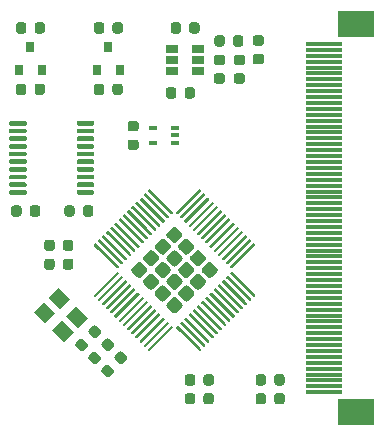
<source format=gbr>
%TF.GenerationSoftware,KiCad,Pcbnew,(5.1.6-0-10_14)*%
%TF.CreationDate,2020-07-08T17:32:20+02:00*%
%TF.ProjectId,driver-board,64726976-6572-42d6-926f-6172642e6b69,rev?*%
%TF.SameCoordinates,Original*%
%TF.FileFunction,Paste,Top*%
%TF.FilePolarity,Positive*%
%FSLAX46Y46*%
G04 Gerber Fmt 4.6, Leading zero omitted, Abs format (unit mm)*
G04 Created by KiCad (PCBNEW (5.1.6-0-10_14)) date 2020-07-08 17:32:20*
%MOMM*%
%LPD*%
G01*
G04 APERTURE LIST*
%ADD10R,0.800000X0.900000*%
%ADD11R,1.060000X0.650000*%
%ADD12R,0.650000X0.400000*%
%ADD13C,0.100000*%
%ADD14R,3.100000X0.300000*%
%ADD15R,3.100000X2.300000*%
G04 APERTURE END LIST*
%TO.C,C1*%
G36*
G01*
X123675000Y-66056250D02*
X123675000Y-65543750D01*
G75*
G02*
X123893750Y-65325000I218750J0D01*
G01*
X124331250Y-65325000D01*
G75*
G02*
X124550000Y-65543750I0J-218750D01*
G01*
X124550000Y-66056250D01*
G75*
G02*
X124331250Y-66275000I-218750J0D01*
G01*
X123893750Y-66275000D01*
G75*
G02*
X123675000Y-66056250I0J218750D01*
G01*
G37*
G36*
G01*
X125250000Y-66056250D02*
X125250000Y-65543750D01*
G75*
G02*
X125468750Y-65325000I218750J0D01*
G01*
X125906250Y-65325000D01*
G75*
G02*
X126125000Y-65543750I0J-218750D01*
G01*
X126125000Y-66056250D01*
G75*
G02*
X125906250Y-66275000I-218750J0D01*
G01*
X125468750Y-66275000D01*
G75*
G02*
X125250000Y-66056250I0J218750D01*
G01*
G37*
%TD*%
%TO.C,C2*%
G36*
G01*
X121625000Y-65543750D02*
X121625000Y-66056250D01*
G75*
G02*
X121406250Y-66275000I-218750J0D01*
G01*
X120968750Y-66275000D01*
G75*
G02*
X120750000Y-66056250I0J218750D01*
G01*
X120750000Y-65543750D01*
G75*
G02*
X120968750Y-65325000I218750J0D01*
G01*
X121406250Y-65325000D01*
G75*
G02*
X121625000Y-65543750I0J-218750D01*
G01*
G37*
G36*
G01*
X120050000Y-65543750D02*
X120050000Y-66056250D01*
G75*
G02*
X119831250Y-66275000I-218750J0D01*
G01*
X119393750Y-66275000D01*
G75*
G02*
X119175000Y-66056250I0J218750D01*
G01*
X119175000Y-65543750D01*
G75*
G02*
X119393750Y-65325000I218750J0D01*
G01*
X119831250Y-65325000D01*
G75*
G02*
X120050000Y-65543750I0J-218750D01*
G01*
G37*
%TD*%
%TO.C,C3*%
G36*
G01*
X120450000Y-50043750D02*
X120450000Y-50556250D01*
G75*
G02*
X120231250Y-50775000I-218750J0D01*
G01*
X119793750Y-50775000D01*
G75*
G02*
X119575000Y-50556250I0J218750D01*
G01*
X119575000Y-50043750D01*
G75*
G02*
X119793750Y-49825000I218750J0D01*
G01*
X120231250Y-49825000D01*
G75*
G02*
X120450000Y-50043750I0J-218750D01*
G01*
G37*
G36*
G01*
X122025000Y-50043750D02*
X122025000Y-50556250D01*
G75*
G02*
X121806250Y-50775000I-218750J0D01*
G01*
X121368750Y-50775000D01*
G75*
G02*
X121150000Y-50556250I0J218750D01*
G01*
X121150000Y-50043750D01*
G75*
G02*
X121368750Y-49825000I218750J0D01*
G01*
X121806250Y-49825000D01*
G75*
G02*
X122025000Y-50043750I0J-218750D01*
G01*
G37*
%TD*%
%TO.C,C4*%
G36*
G01*
X122025000Y-55243750D02*
X122025000Y-55756250D01*
G75*
G02*
X121806250Y-55975000I-218750J0D01*
G01*
X121368750Y-55975000D01*
G75*
G02*
X121150000Y-55756250I0J218750D01*
G01*
X121150000Y-55243750D01*
G75*
G02*
X121368750Y-55025000I218750J0D01*
G01*
X121806250Y-55025000D01*
G75*
G02*
X122025000Y-55243750I0J-218750D01*
G01*
G37*
G36*
G01*
X120450000Y-55243750D02*
X120450000Y-55756250D01*
G75*
G02*
X120231250Y-55975000I-218750J0D01*
G01*
X119793750Y-55975000D01*
G75*
G02*
X119575000Y-55756250I0J218750D01*
G01*
X119575000Y-55243750D01*
G75*
G02*
X119793750Y-55025000I218750J0D01*
G01*
X120231250Y-55025000D01*
G75*
G02*
X120450000Y-55243750I0J-218750D01*
G01*
G37*
%TD*%
%TO.C,C5*%
G36*
G01*
X127050000Y-50043750D02*
X127050000Y-50556250D01*
G75*
G02*
X126831250Y-50775000I-218750J0D01*
G01*
X126393750Y-50775000D01*
G75*
G02*
X126175000Y-50556250I0J218750D01*
G01*
X126175000Y-50043750D01*
G75*
G02*
X126393750Y-49825000I218750J0D01*
G01*
X126831250Y-49825000D01*
G75*
G02*
X127050000Y-50043750I0J-218750D01*
G01*
G37*
G36*
G01*
X128625000Y-50043750D02*
X128625000Y-50556250D01*
G75*
G02*
X128406250Y-50775000I-218750J0D01*
G01*
X127968750Y-50775000D01*
G75*
G02*
X127750000Y-50556250I0J218750D01*
G01*
X127750000Y-50043750D01*
G75*
G02*
X127968750Y-49825000I218750J0D01*
G01*
X128406250Y-49825000D01*
G75*
G02*
X128625000Y-50043750I0J-218750D01*
G01*
G37*
%TD*%
%TO.C,C6*%
G36*
G01*
X128625000Y-55243750D02*
X128625000Y-55756250D01*
G75*
G02*
X128406250Y-55975000I-218750J0D01*
G01*
X127968750Y-55975000D01*
G75*
G02*
X127750000Y-55756250I0J218750D01*
G01*
X127750000Y-55243750D01*
G75*
G02*
X127968750Y-55025000I218750J0D01*
G01*
X128406250Y-55025000D01*
G75*
G02*
X128625000Y-55243750I0J-218750D01*
G01*
G37*
G36*
G01*
X127050000Y-55243750D02*
X127050000Y-55756250D01*
G75*
G02*
X126831250Y-55975000I-218750J0D01*
G01*
X126393750Y-55975000D01*
G75*
G02*
X126175000Y-55756250I0J218750D01*
G01*
X126175000Y-55243750D01*
G75*
G02*
X126393750Y-55025000I218750J0D01*
G01*
X126831250Y-55025000D01*
G75*
G02*
X127050000Y-55243750I0J-218750D01*
G01*
G37*
%TD*%
%TO.C,C7*%
G36*
G01*
X137950000Y-51656250D02*
X137950000Y-51143750D01*
G75*
G02*
X138168750Y-50925000I218750J0D01*
G01*
X138606250Y-50925000D01*
G75*
G02*
X138825000Y-51143750I0J-218750D01*
G01*
X138825000Y-51656250D01*
G75*
G02*
X138606250Y-51875000I-218750J0D01*
G01*
X138168750Y-51875000D01*
G75*
G02*
X137950000Y-51656250I0J218750D01*
G01*
G37*
G36*
G01*
X136375000Y-51656250D02*
X136375000Y-51143750D01*
G75*
G02*
X136593750Y-50925000I218750J0D01*
G01*
X137031250Y-50925000D01*
G75*
G02*
X137250000Y-51143750I0J-218750D01*
G01*
X137250000Y-51656250D01*
G75*
G02*
X137031250Y-51875000I-218750J0D01*
G01*
X136593750Y-51875000D01*
G75*
G02*
X136375000Y-51656250I0J218750D01*
G01*
G37*
%TD*%
%TO.C,C8*%
G36*
G01*
X138243750Y-54150000D02*
X138756250Y-54150000D01*
G75*
G02*
X138975000Y-54368750I0J-218750D01*
G01*
X138975000Y-54806250D01*
G75*
G02*
X138756250Y-55025000I-218750J0D01*
G01*
X138243750Y-55025000D01*
G75*
G02*
X138025000Y-54806250I0J218750D01*
G01*
X138025000Y-54368750D01*
G75*
G02*
X138243750Y-54150000I218750J0D01*
G01*
G37*
G36*
G01*
X138243750Y-52575000D02*
X138756250Y-52575000D01*
G75*
G02*
X138975000Y-52793750I0J-218750D01*
G01*
X138975000Y-53231250D01*
G75*
G02*
X138756250Y-53450000I-218750J0D01*
G01*
X138243750Y-53450000D01*
G75*
G02*
X138025000Y-53231250I0J218750D01*
G01*
X138025000Y-52793750D01*
G75*
G02*
X138243750Y-52575000I218750J0D01*
G01*
G37*
%TD*%
%TO.C,C9*%
G36*
G01*
X129756250Y-60625000D02*
X129243750Y-60625000D01*
G75*
G02*
X129025000Y-60406250I0J218750D01*
G01*
X129025000Y-59968750D01*
G75*
G02*
X129243750Y-59750000I218750J0D01*
G01*
X129756250Y-59750000D01*
G75*
G02*
X129975000Y-59968750I0J-218750D01*
G01*
X129975000Y-60406250D01*
G75*
G02*
X129756250Y-60625000I-218750J0D01*
G01*
G37*
G36*
G01*
X129756250Y-59050000D02*
X129243750Y-59050000D01*
G75*
G02*
X129025000Y-58831250I0J218750D01*
G01*
X129025000Y-58393750D01*
G75*
G02*
X129243750Y-58175000I218750J0D01*
G01*
X129756250Y-58175000D01*
G75*
G02*
X129975000Y-58393750I0J-218750D01*
G01*
X129975000Y-58831250D01*
G75*
G02*
X129756250Y-59050000I-218750J0D01*
G01*
G37*
%TD*%
%TO.C,C10*%
G36*
G01*
X122850000Y-70043750D02*
X122850000Y-70556250D01*
G75*
G02*
X122631250Y-70775000I-218750J0D01*
G01*
X122193750Y-70775000D01*
G75*
G02*
X121975000Y-70556250I0J218750D01*
G01*
X121975000Y-70043750D01*
G75*
G02*
X122193750Y-69825000I218750J0D01*
G01*
X122631250Y-69825000D01*
G75*
G02*
X122850000Y-70043750I0J-218750D01*
G01*
G37*
G36*
G01*
X124425000Y-70043750D02*
X124425000Y-70556250D01*
G75*
G02*
X124206250Y-70775000I-218750J0D01*
G01*
X123768750Y-70775000D01*
G75*
G02*
X123550000Y-70556250I0J218750D01*
G01*
X123550000Y-70043750D01*
G75*
G02*
X123768750Y-69825000I218750J0D01*
G01*
X124206250Y-69825000D01*
G75*
G02*
X124425000Y-70043750I0J-218750D01*
G01*
G37*
%TD*%
%TO.C,C11*%
G36*
G01*
X126385010Y-75552598D02*
X126747403Y-75914990D01*
G75*
G02*
X126747403Y-76224350I-154680J-154680D01*
G01*
X126438044Y-76533709D01*
G75*
G02*
X126128684Y-76533709I-154680J154680D01*
G01*
X125766291Y-76171316D01*
G75*
G02*
X125766291Y-75861956I154680J154680D01*
G01*
X126075650Y-75552597D01*
G75*
G02*
X126385010Y-75552597I154680J-154680D01*
G01*
G37*
G36*
G01*
X125271316Y-76666292D02*
X125633709Y-77028684D01*
G75*
G02*
X125633709Y-77338044I-154680J-154680D01*
G01*
X125324350Y-77647403D01*
G75*
G02*
X125014990Y-77647403I-154680J154680D01*
G01*
X124652597Y-77285010D01*
G75*
G02*
X124652597Y-76975650I154680J154680D01*
G01*
X124961956Y-76666291D01*
G75*
G02*
X125271316Y-76666291I154680J-154680D01*
G01*
G37*
%TD*%
%TO.C,C12*%
G36*
G01*
X127485010Y-76652598D02*
X127847403Y-77014990D01*
G75*
G02*
X127847403Y-77324350I-154680J-154680D01*
G01*
X127538044Y-77633709D01*
G75*
G02*
X127228684Y-77633709I-154680J154680D01*
G01*
X126866291Y-77271316D01*
G75*
G02*
X126866291Y-76961956I154680J154680D01*
G01*
X127175650Y-76652597D01*
G75*
G02*
X127485010Y-76652597I154680J-154680D01*
G01*
G37*
G36*
G01*
X126371316Y-77766292D02*
X126733709Y-78128684D01*
G75*
G02*
X126733709Y-78438044I-154680J-154680D01*
G01*
X126424350Y-78747403D01*
G75*
G02*
X126114990Y-78747403I-154680J154680D01*
G01*
X125752597Y-78385010D01*
G75*
G02*
X125752597Y-78075650I154680J154680D01*
G01*
X126061956Y-77766291D01*
G75*
G02*
X126371316Y-77766291I154680J-154680D01*
G01*
G37*
%TD*%
%TO.C,C13*%
G36*
G01*
X127471316Y-78866292D02*
X127833709Y-79228684D01*
G75*
G02*
X127833709Y-79538044I-154680J-154680D01*
G01*
X127524350Y-79847403D01*
G75*
G02*
X127214990Y-79847403I-154680J154680D01*
G01*
X126852597Y-79485010D01*
G75*
G02*
X126852597Y-79175650I154680J154680D01*
G01*
X127161956Y-78866291D01*
G75*
G02*
X127471316Y-78866291I154680J-154680D01*
G01*
G37*
G36*
G01*
X128585010Y-77752598D02*
X128947403Y-78114990D01*
G75*
G02*
X128947403Y-78424350I-154680J-154680D01*
G01*
X128638044Y-78733709D01*
G75*
G02*
X128328684Y-78733709I-154680J154680D01*
G01*
X127966291Y-78371316D01*
G75*
G02*
X127966291Y-78061956I154680J154680D01*
G01*
X128275650Y-77752597D01*
G75*
G02*
X128585010Y-77752597I154680J-154680D01*
G01*
G37*
%TD*%
%TO.C,C14*%
G36*
G01*
X135450000Y-81956250D02*
X135450000Y-81443750D01*
G75*
G02*
X135668750Y-81225000I218750J0D01*
G01*
X136106250Y-81225000D01*
G75*
G02*
X136325000Y-81443750I0J-218750D01*
G01*
X136325000Y-81956250D01*
G75*
G02*
X136106250Y-82175000I-218750J0D01*
G01*
X135668750Y-82175000D01*
G75*
G02*
X135450000Y-81956250I0J218750D01*
G01*
G37*
G36*
G01*
X133875000Y-81956250D02*
X133875000Y-81443750D01*
G75*
G02*
X134093750Y-81225000I218750J0D01*
G01*
X134531250Y-81225000D01*
G75*
G02*
X134750000Y-81443750I0J-218750D01*
G01*
X134750000Y-81956250D01*
G75*
G02*
X134531250Y-82175000I-218750J0D01*
G01*
X134093750Y-82175000D01*
G75*
G02*
X133875000Y-81956250I0J218750D01*
G01*
G37*
%TD*%
%TO.C,C15*%
G36*
G01*
X142325000Y-79843750D02*
X142325000Y-80356250D01*
G75*
G02*
X142106250Y-80575000I-218750J0D01*
G01*
X141668750Y-80575000D01*
G75*
G02*
X141450000Y-80356250I0J218750D01*
G01*
X141450000Y-79843750D01*
G75*
G02*
X141668750Y-79625000I218750J0D01*
G01*
X142106250Y-79625000D01*
G75*
G02*
X142325000Y-79843750I0J-218750D01*
G01*
G37*
G36*
G01*
X140750000Y-79843750D02*
X140750000Y-80356250D01*
G75*
G02*
X140531250Y-80575000I-218750J0D01*
G01*
X140093750Y-80575000D01*
G75*
G02*
X139875000Y-80356250I0J218750D01*
G01*
X139875000Y-79843750D01*
G75*
G02*
X140093750Y-79625000I218750J0D01*
G01*
X140531250Y-79625000D01*
G75*
G02*
X140750000Y-79843750I0J-218750D01*
G01*
G37*
%TD*%
%TO.C,C16*%
G36*
G01*
X140750000Y-81443750D02*
X140750000Y-81956250D01*
G75*
G02*
X140531250Y-82175000I-218750J0D01*
G01*
X140093750Y-82175000D01*
G75*
G02*
X139875000Y-81956250I0J218750D01*
G01*
X139875000Y-81443750D01*
G75*
G02*
X140093750Y-81225000I218750J0D01*
G01*
X140531250Y-81225000D01*
G75*
G02*
X140750000Y-81443750I0J-218750D01*
G01*
G37*
G36*
G01*
X142325000Y-81443750D02*
X142325000Y-81956250D01*
G75*
G02*
X142106250Y-82175000I-218750J0D01*
G01*
X141668750Y-82175000D01*
G75*
G02*
X141450000Y-81956250I0J218750D01*
G01*
X141450000Y-81443750D01*
G75*
G02*
X141668750Y-81225000I218750J0D01*
G01*
X142106250Y-81225000D01*
G75*
G02*
X142325000Y-81443750I0J-218750D01*
G01*
G37*
%TD*%
%TO.C,L1*%
G36*
G01*
X135125000Y-50043750D02*
X135125000Y-50556250D01*
G75*
G02*
X134906250Y-50775000I-218750J0D01*
G01*
X134468750Y-50775000D01*
G75*
G02*
X134250000Y-50556250I0J218750D01*
G01*
X134250000Y-50043750D01*
G75*
G02*
X134468750Y-49825000I218750J0D01*
G01*
X134906250Y-49825000D01*
G75*
G02*
X135125000Y-50043750I0J-218750D01*
G01*
G37*
G36*
G01*
X133550000Y-50043750D02*
X133550000Y-50556250D01*
G75*
G02*
X133331250Y-50775000I-218750J0D01*
G01*
X132893750Y-50775000D01*
G75*
G02*
X132675000Y-50556250I0J218750D01*
G01*
X132675000Y-50043750D01*
G75*
G02*
X132893750Y-49825000I218750J0D01*
G01*
X133331250Y-49825000D01*
G75*
G02*
X133550000Y-50043750I0J-218750D01*
G01*
G37*
%TD*%
%TO.C,R1*%
G36*
G01*
X136543750Y-54150000D02*
X137056250Y-54150000D01*
G75*
G02*
X137275000Y-54368750I0J-218750D01*
G01*
X137275000Y-54806250D01*
G75*
G02*
X137056250Y-55025000I-218750J0D01*
G01*
X136543750Y-55025000D01*
G75*
G02*
X136325000Y-54806250I0J218750D01*
G01*
X136325000Y-54368750D01*
G75*
G02*
X136543750Y-54150000I218750J0D01*
G01*
G37*
G36*
G01*
X136543750Y-52575000D02*
X137056250Y-52575000D01*
G75*
G02*
X137275000Y-52793750I0J-218750D01*
G01*
X137275000Y-53231250D01*
G75*
G02*
X137056250Y-53450000I-218750J0D01*
G01*
X136543750Y-53450000D01*
G75*
G02*
X136325000Y-53231250I0J218750D01*
G01*
X136325000Y-52793750D01*
G75*
G02*
X136543750Y-52575000I218750J0D01*
G01*
G37*
%TD*%
%TO.C,R2*%
G36*
G01*
X134725000Y-55543750D02*
X134725000Y-56056250D01*
G75*
G02*
X134506250Y-56275000I-218750J0D01*
G01*
X134068750Y-56275000D01*
G75*
G02*
X133850000Y-56056250I0J218750D01*
G01*
X133850000Y-55543750D01*
G75*
G02*
X134068750Y-55325000I218750J0D01*
G01*
X134506250Y-55325000D01*
G75*
G02*
X134725000Y-55543750I0J-218750D01*
G01*
G37*
G36*
G01*
X133150000Y-55543750D02*
X133150000Y-56056250D01*
G75*
G02*
X132931250Y-56275000I-218750J0D01*
G01*
X132493750Y-56275000D01*
G75*
G02*
X132275000Y-56056250I0J218750D01*
G01*
X132275000Y-55543750D01*
G75*
G02*
X132493750Y-55325000I218750J0D01*
G01*
X132931250Y-55325000D01*
G75*
G02*
X133150000Y-55543750I0J-218750D01*
G01*
G37*
%TD*%
%TO.C,R3*%
G36*
G01*
X124425000Y-68443750D02*
X124425000Y-68956250D01*
G75*
G02*
X124206250Y-69175000I-218750J0D01*
G01*
X123768750Y-69175000D01*
G75*
G02*
X123550000Y-68956250I0J218750D01*
G01*
X123550000Y-68443750D01*
G75*
G02*
X123768750Y-68225000I218750J0D01*
G01*
X124206250Y-68225000D01*
G75*
G02*
X124425000Y-68443750I0J-218750D01*
G01*
G37*
G36*
G01*
X122850000Y-68443750D02*
X122850000Y-68956250D01*
G75*
G02*
X122631250Y-69175000I-218750J0D01*
G01*
X122193750Y-69175000D01*
G75*
G02*
X121975000Y-68956250I0J218750D01*
G01*
X121975000Y-68443750D01*
G75*
G02*
X122193750Y-68225000I218750J0D01*
G01*
X122631250Y-68225000D01*
G75*
G02*
X122850000Y-68443750I0J-218750D01*
G01*
G37*
%TD*%
%TO.C,R4*%
G36*
G01*
X139843750Y-52500000D02*
X140356250Y-52500000D01*
G75*
G02*
X140575000Y-52718750I0J-218750D01*
G01*
X140575000Y-53156250D01*
G75*
G02*
X140356250Y-53375000I-218750J0D01*
G01*
X139843750Y-53375000D01*
G75*
G02*
X139625000Y-53156250I0J218750D01*
G01*
X139625000Y-52718750D01*
G75*
G02*
X139843750Y-52500000I218750J0D01*
G01*
G37*
G36*
G01*
X139843750Y-50925000D02*
X140356250Y-50925000D01*
G75*
G02*
X140575000Y-51143750I0J-218750D01*
G01*
X140575000Y-51581250D01*
G75*
G02*
X140356250Y-51800000I-218750J0D01*
G01*
X139843750Y-51800000D01*
G75*
G02*
X139625000Y-51581250I0J218750D01*
G01*
X139625000Y-51143750D01*
G75*
G02*
X139843750Y-50925000I218750J0D01*
G01*
G37*
%TD*%
%TO.C,R5*%
G36*
G01*
X136325000Y-79843750D02*
X136325000Y-80356250D01*
G75*
G02*
X136106250Y-80575000I-218750J0D01*
G01*
X135668750Y-80575000D01*
G75*
G02*
X135450000Y-80356250I0J218750D01*
G01*
X135450000Y-79843750D01*
G75*
G02*
X135668750Y-79625000I218750J0D01*
G01*
X136106250Y-79625000D01*
G75*
G02*
X136325000Y-79843750I0J-218750D01*
G01*
G37*
G36*
G01*
X134750000Y-79843750D02*
X134750000Y-80356250D01*
G75*
G02*
X134531250Y-80575000I-218750J0D01*
G01*
X134093750Y-80575000D01*
G75*
G02*
X133875000Y-80356250I0J218750D01*
G01*
X133875000Y-79843750D01*
G75*
G02*
X134093750Y-79625000I218750J0D01*
G01*
X134531250Y-79625000D01*
G75*
G02*
X134750000Y-79843750I0J-218750D01*
G01*
G37*
%TD*%
%TO.C,U1*%
G36*
G01*
X126200000Y-64125000D02*
X126200000Y-64325000D01*
G75*
G02*
X126100000Y-64425000I-100000J0D01*
G01*
X124825000Y-64425000D01*
G75*
G02*
X124725000Y-64325000I0J100000D01*
G01*
X124725000Y-64125000D01*
G75*
G02*
X124825000Y-64025000I100000J0D01*
G01*
X126100000Y-64025000D01*
G75*
G02*
X126200000Y-64125000I0J-100000D01*
G01*
G37*
G36*
G01*
X126200000Y-63475000D02*
X126200000Y-63675000D01*
G75*
G02*
X126100000Y-63775000I-100000J0D01*
G01*
X124825000Y-63775000D01*
G75*
G02*
X124725000Y-63675000I0J100000D01*
G01*
X124725000Y-63475000D01*
G75*
G02*
X124825000Y-63375000I100000J0D01*
G01*
X126100000Y-63375000D01*
G75*
G02*
X126200000Y-63475000I0J-100000D01*
G01*
G37*
G36*
G01*
X126200000Y-62825000D02*
X126200000Y-63025000D01*
G75*
G02*
X126100000Y-63125000I-100000J0D01*
G01*
X124825000Y-63125000D01*
G75*
G02*
X124725000Y-63025000I0J100000D01*
G01*
X124725000Y-62825000D01*
G75*
G02*
X124825000Y-62725000I100000J0D01*
G01*
X126100000Y-62725000D01*
G75*
G02*
X126200000Y-62825000I0J-100000D01*
G01*
G37*
G36*
G01*
X126200000Y-62175000D02*
X126200000Y-62375000D01*
G75*
G02*
X126100000Y-62475000I-100000J0D01*
G01*
X124825000Y-62475000D01*
G75*
G02*
X124725000Y-62375000I0J100000D01*
G01*
X124725000Y-62175000D01*
G75*
G02*
X124825000Y-62075000I100000J0D01*
G01*
X126100000Y-62075000D01*
G75*
G02*
X126200000Y-62175000I0J-100000D01*
G01*
G37*
G36*
G01*
X126200000Y-61525000D02*
X126200000Y-61725000D01*
G75*
G02*
X126100000Y-61825000I-100000J0D01*
G01*
X124825000Y-61825000D01*
G75*
G02*
X124725000Y-61725000I0J100000D01*
G01*
X124725000Y-61525000D01*
G75*
G02*
X124825000Y-61425000I100000J0D01*
G01*
X126100000Y-61425000D01*
G75*
G02*
X126200000Y-61525000I0J-100000D01*
G01*
G37*
G36*
G01*
X126200000Y-60875000D02*
X126200000Y-61075000D01*
G75*
G02*
X126100000Y-61175000I-100000J0D01*
G01*
X124825000Y-61175000D01*
G75*
G02*
X124725000Y-61075000I0J100000D01*
G01*
X124725000Y-60875000D01*
G75*
G02*
X124825000Y-60775000I100000J0D01*
G01*
X126100000Y-60775000D01*
G75*
G02*
X126200000Y-60875000I0J-100000D01*
G01*
G37*
G36*
G01*
X126200000Y-60225000D02*
X126200000Y-60425000D01*
G75*
G02*
X126100000Y-60525000I-100000J0D01*
G01*
X124825000Y-60525000D01*
G75*
G02*
X124725000Y-60425000I0J100000D01*
G01*
X124725000Y-60225000D01*
G75*
G02*
X124825000Y-60125000I100000J0D01*
G01*
X126100000Y-60125000D01*
G75*
G02*
X126200000Y-60225000I0J-100000D01*
G01*
G37*
G36*
G01*
X126200000Y-59575000D02*
X126200000Y-59775000D01*
G75*
G02*
X126100000Y-59875000I-100000J0D01*
G01*
X124825000Y-59875000D01*
G75*
G02*
X124725000Y-59775000I0J100000D01*
G01*
X124725000Y-59575000D01*
G75*
G02*
X124825000Y-59475000I100000J0D01*
G01*
X126100000Y-59475000D01*
G75*
G02*
X126200000Y-59575000I0J-100000D01*
G01*
G37*
G36*
G01*
X126200000Y-58925000D02*
X126200000Y-59125000D01*
G75*
G02*
X126100000Y-59225000I-100000J0D01*
G01*
X124825000Y-59225000D01*
G75*
G02*
X124725000Y-59125000I0J100000D01*
G01*
X124725000Y-58925000D01*
G75*
G02*
X124825000Y-58825000I100000J0D01*
G01*
X126100000Y-58825000D01*
G75*
G02*
X126200000Y-58925000I0J-100000D01*
G01*
G37*
G36*
G01*
X126200000Y-58275000D02*
X126200000Y-58475000D01*
G75*
G02*
X126100000Y-58575000I-100000J0D01*
G01*
X124825000Y-58575000D01*
G75*
G02*
X124725000Y-58475000I0J100000D01*
G01*
X124725000Y-58275000D01*
G75*
G02*
X124825000Y-58175000I100000J0D01*
G01*
X126100000Y-58175000D01*
G75*
G02*
X126200000Y-58275000I0J-100000D01*
G01*
G37*
G36*
G01*
X120475000Y-58275000D02*
X120475000Y-58475000D01*
G75*
G02*
X120375000Y-58575000I-100000J0D01*
G01*
X119100000Y-58575000D01*
G75*
G02*
X119000000Y-58475000I0J100000D01*
G01*
X119000000Y-58275000D01*
G75*
G02*
X119100000Y-58175000I100000J0D01*
G01*
X120375000Y-58175000D01*
G75*
G02*
X120475000Y-58275000I0J-100000D01*
G01*
G37*
G36*
G01*
X120475000Y-58925000D02*
X120475000Y-59125000D01*
G75*
G02*
X120375000Y-59225000I-100000J0D01*
G01*
X119100000Y-59225000D01*
G75*
G02*
X119000000Y-59125000I0J100000D01*
G01*
X119000000Y-58925000D01*
G75*
G02*
X119100000Y-58825000I100000J0D01*
G01*
X120375000Y-58825000D01*
G75*
G02*
X120475000Y-58925000I0J-100000D01*
G01*
G37*
G36*
G01*
X120475000Y-59575000D02*
X120475000Y-59775000D01*
G75*
G02*
X120375000Y-59875000I-100000J0D01*
G01*
X119100000Y-59875000D01*
G75*
G02*
X119000000Y-59775000I0J100000D01*
G01*
X119000000Y-59575000D01*
G75*
G02*
X119100000Y-59475000I100000J0D01*
G01*
X120375000Y-59475000D01*
G75*
G02*
X120475000Y-59575000I0J-100000D01*
G01*
G37*
G36*
G01*
X120475000Y-60225000D02*
X120475000Y-60425000D01*
G75*
G02*
X120375000Y-60525000I-100000J0D01*
G01*
X119100000Y-60525000D01*
G75*
G02*
X119000000Y-60425000I0J100000D01*
G01*
X119000000Y-60225000D01*
G75*
G02*
X119100000Y-60125000I100000J0D01*
G01*
X120375000Y-60125000D01*
G75*
G02*
X120475000Y-60225000I0J-100000D01*
G01*
G37*
G36*
G01*
X120475000Y-60875000D02*
X120475000Y-61075000D01*
G75*
G02*
X120375000Y-61175000I-100000J0D01*
G01*
X119100000Y-61175000D01*
G75*
G02*
X119000000Y-61075000I0J100000D01*
G01*
X119000000Y-60875000D01*
G75*
G02*
X119100000Y-60775000I100000J0D01*
G01*
X120375000Y-60775000D01*
G75*
G02*
X120475000Y-60875000I0J-100000D01*
G01*
G37*
G36*
G01*
X120475000Y-61525000D02*
X120475000Y-61725000D01*
G75*
G02*
X120375000Y-61825000I-100000J0D01*
G01*
X119100000Y-61825000D01*
G75*
G02*
X119000000Y-61725000I0J100000D01*
G01*
X119000000Y-61525000D01*
G75*
G02*
X119100000Y-61425000I100000J0D01*
G01*
X120375000Y-61425000D01*
G75*
G02*
X120475000Y-61525000I0J-100000D01*
G01*
G37*
G36*
G01*
X120475000Y-62175000D02*
X120475000Y-62375000D01*
G75*
G02*
X120375000Y-62475000I-100000J0D01*
G01*
X119100000Y-62475000D01*
G75*
G02*
X119000000Y-62375000I0J100000D01*
G01*
X119000000Y-62175000D01*
G75*
G02*
X119100000Y-62075000I100000J0D01*
G01*
X120375000Y-62075000D01*
G75*
G02*
X120475000Y-62175000I0J-100000D01*
G01*
G37*
G36*
G01*
X120475000Y-62825000D02*
X120475000Y-63025000D01*
G75*
G02*
X120375000Y-63125000I-100000J0D01*
G01*
X119100000Y-63125000D01*
G75*
G02*
X119000000Y-63025000I0J100000D01*
G01*
X119000000Y-62825000D01*
G75*
G02*
X119100000Y-62725000I100000J0D01*
G01*
X120375000Y-62725000D01*
G75*
G02*
X120475000Y-62825000I0J-100000D01*
G01*
G37*
G36*
G01*
X120475000Y-63475000D02*
X120475000Y-63675000D01*
G75*
G02*
X120375000Y-63775000I-100000J0D01*
G01*
X119100000Y-63775000D01*
G75*
G02*
X119000000Y-63675000I0J100000D01*
G01*
X119000000Y-63475000D01*
G75*
G02*
X119100000Y-63375000I100000J0D01*
G01*
X120375000Y-63375000D01*
G75*
G02*
X120475000Y-63475000I0J-100000D01*
G01*
G37*
G36*
G01*
X120475000Y-64125000D02*
X120475000Y-64325000D01*
G75*
G02*
X120375000Y-64425000I-100000J0D01*
G01*
X119100000Y-64425000D01*
G75*
G02*
X119000000Y-64325000I0J100000D01*
G01*
X119000000Y-64125000D01*
G75*
G02*
X119100000Y-64025000I100000J0D01*
G01*
X120375000Y-64025000D01*
G75*
G02*
X120475000Y-64125000I0J-100000D01*
G01*
G37*
%TD*%
D10*
%TO.C,U2*%
X120800000Y-51900000D03*
X121750000Y-53900000D03*
X119850000Y-53900000D03*
%TD*%
%TO.C,U3*%
X126450000Y-53900000D03*
X128350000Y-53900000D03*
X127400000Y-51900000D03*
%TD*%
D11*
%TO.C,U4*%
X132800000Y-52050000D03*
X132800000Y-53000000D03*
X132800000Y-53950000D03*
X135000000Y-53950000D03*
X135000000Y-52050000D03*
X135000000Y-53000000D03*
%TD*%
D12*
%TO.C,U5*%
X133050000Y-60050000D03*
X133050000Y-58750000D03*
X133050000Y-59400000D03*
X131150000Y-58750000D03*
X131150000Y-60050000D03*
%TD*%
%TO.C,U6*%
G36*
G01*
X130746097Y-64038291D02*
X130834485Y-63949903D01*
G75*
G02*
X130922873Y-63949903I44194J-44194D01*
G01*
X132867417Y-65894447D01*
G75*
G02*
X132867417Y-65982835I-44194J-44194D01*
G01*
X132779029Y-66071223D01*
G75*
G02*
X132690641Y-66071223I-44194J44194D01*
G01*
X130746097Y-64126679D01*
G75*
G02*
X130746097Y-64038291I44194J44194D01*
G01*
G37*
G36*
G01*
X130392544Y-64391845D02*
X130480932Y-64303457D01*
G75*
G02*
X130569320Y-64303457I44194J-44194D01*
G01*
X132513864Y-66248001D01*
G75*
G02*
X132513864Y-66336389I-44194J-44194D01*
G01*
X132425476Y-66424777D01*
G75*
G02*
X132337088Y-66424777I-44194J44194D01*
G01*
X130392544Y-64480233D01*
G75*
G02*
X130392544Y-64391845I44194J44194D01*
G01*
G37*
G36*
G01*
X130038991Y-64745398D02*
X130127379Y-64657010D01*
G75*
G02*
X130215767Y-64657010I44194J-44194D01*
G01*
X132160311Y-66601554D01*
G75*
G02*
X132160311Y-66689942I-44194J-44194D01*
G01*
X132071923Y-66778330D01*
G75*
G02*
X131983535Y-66778330I-44194J44194D01*
G01*
X130038991Y-64833786D01*
G75*
G02*
X130038991Y-64745398I44194J44194D01*
G01*
G37*
G36*
G01*
X129685437Y-65098951D02*
X129773825Y-65010563D01*
G75*
G02*
X129862213Y-65010563I44194J-44194D01*
G01*
X131806757Y-66955107D01*
G75*
G02*
X131806757Y-67043495I-44194J-44194D01*
G01*
X131718369Y-67131883D01*
G75*
G02*
X131629981Y-67131883I-44194J44194D01*
G01*
X129685437Y-65187339D01*
G75*
G02*
X129685437Y-65098951I44194J44194D01*
G01*
G37*
G36*
G01*
X129331884Y-65452505D02*
X129420272Y-65364117D01*
G75*
G02*
X129508660Y-65364117I44194J-44194D01*
G01*
X131453204Y-67308661D01*
G75*
G02*
X131453204Y-67397049I-44194J-44194D01*
G01*
X131364816Y-67485437D01*
G75*
G02*
X131276428Y-67485437I-44194J44194D01*
G01*
X129331884Y-65540893D01*
G75*
G02*
X129331884Y-65452505I44194J44194D01*
G01*
G37*
G36*
G01*
X128978330Y-65806058D02*
X129066718Y-65717670D01*
G75*
G02*
X129155106Y-65717670I44194J-44194D01*
G01*
X131099650Y-67662214D01*
G75*
G02*
X131099650Y-67750602I-44194J-44194D01*
G01*
X131011262Y-67838990D01*
G75*
G02*
X130922874Y-67838990I-44194J44194D01*
G01*
X128978330Y-65894446D01*
G75*
G02*
X128978330Y-65806058I44194J44194D01*
G01*
G37*
G36*
G01*
X128624777Y-66159612D02*
X128713165Y-66071224D01*
G75*
G02*
X128801553Y-66071224I44194J-44194D01*
G01*
X130746097Y-68015768D01*
G75*
G02*
X130746097Y-68104156I-44194J-44194D01*
G01*
X130657709Y-68192544D01*
G75*
G02*
X130569321Y-68192544I-44194J44194D01*
G01*
X128624777Y-66248000D01*
G75*
G02*
X128624777Y-66159612I44194J44194D01*
G01*
G37*
G36*
G01*
X128271224Y-66513165D02*
X128359612Y-66424777D01*
G75*
G02*
X128448000Y-66424777I44194J-44194D01*
G01*
X130392544Y-68369321D01*
G75*
G02*
X130392544Y-68457709I-44194J-44194D01*
G01*
X130304156Y-68546097D01*
G75*
G02*
X130215768Y-68546097I-44194J44194D01*
G01*
X128271224Y-66601553D01*
G75*
G02*
X128271224Y-66513165I44194J44194D01*
G01*
G37*
G36*
G01*
X127917670Y-66866718D02*
X128006058Y-66778330D01*
G75*
G02*
X128094446Y-66778330I44194J-44194D01*
G01*
X130038990Y-68722874D01*
G75*
G02*
X130038990Y-68811262I-44194J-44194D01*
G01*
X129950602Y-68899650D01*
G75*
G02*
X129862214Y-68899650I-44194J44194D01*
G01*
X127917670Y-66955106D01*
G75*
G02*
X127917670Y-66866718I44194J44194D01*
G01*
G37*
G36*
G01*
X127564117Y-67220272D02*
X127652505Y-67131884D01*
G75*
G02*
X127740893Y-67131884I44194J-44194D01*
G01*
X129685437Y-69076428D01*
G75*
G02*
X129685437Y-69164816I-44194J-44194D01*
G01*
X129597049Y-69253204D01*
G75*
G02*
X129508661Y-69253204I-44194J44194D01*
G01*
X127564117Y-67308660D01*
G75*
G02*
X127564117Y-67220272I44194J44194D01*
G01*
G37*
G36*
G01*
X127210563Y-67573825D02*
X127298951Y-67485437D01*
G75*
G02*
X127387339Y-67485437I44194J-44194D01*
G01*
X129331883Y-69429981D01*
G75*
G02*
X129331883Y-69518369I-44194J-44194D01*
G01*
X129243495Y-69606757D01*
G75*
G02*
X129155107Y-69606757I-44194J44194D01*
G01*
X127210563Y-67662213D01*
G75*
G02*
X127210563Y-67573825I44194J44194D01*
G01*
G37*
G36*
G01*
X126857010Y-67927379D02*
X126945398Y-67838991D01*
G75*
G02*
X127033786Y-67838991I44194J-44194D01*
G01*
X128978330Y-69783535D01*
G75*
G02*
X128978330Y-69871923I-44194J-44194D01*
G01*
X128889942Y-69960311D01*
G75*
G02*
X128801554Y-69960311I-44194J44194D01*
G01*
X126857010Y-68015767D01*
G75*
G02*
X126857010Y-67927379I44194J44194D01*
G01*
G37*
G36*
G01*
X126503457Y-68280932D02*
X126591845Y-68192544D01*
G75*
G02*
X126680233Y-68192544I44194J-44194D01*
G01*
X128624777Y-70137088D01*
G75*
G02*
X128624777Y-70225476I-44194J-44194D01*
G01*
X128536389Y-70313864D01*
G75*
G02*
X128448001Y-70313864I-44194J44194D01*
G01*
X126503457Y-68369320D01*
G75*
G02*
X126503457Y-68280932I44194J44194D01*
G01*
G37*
G36*
G01*
X126149903Y-68634485D02*
X126238291Y-68546097D01*
G75*
G02*
X126326679Y-68546097I44194J-44194D01*
G01*
X128271223Y-70490641D01*
G75*
G02*
X128271223Y-70579029I-44194J-44194D01*
G01*
X128182835Y-70667417D01*
G75*
G02*
X128094447Y-70667417I-44194J44194D01*
G01*
X126149903Y-68722873D01*
G75*
G02*
X126149903Y-68634485I44194J44194D01*
G01*
G37*
G36*
G01*
X126149903Y-72877126D02*
X128094447Y-70932583D01*
G75*
G02*
X128182835Y-70932583I44194J-44194D01*
G01*
X128271223Y-71020971D01*
G75*
G02*
X128271223Y-71109359I-44194J-44194D01*
G01*
X126326679Y-73053903D01*
G75*
G02*
X126238291Y-73053903I-44194J44194D01*
G01*
X126149903Y-72965515D01*
G75*
G02*
X126149903Y-72877127I44194J44194D01*
G01*
G37*
G36*
G01*
X126503457Y-73230679D02*
X128448001Y-71286136D01*
G75*
G02*
X128536389Y-71286136I44194J-44194D01*
G01*
X128624777Y-71374524D01*
G75*
G02*
X128624777Y-71462912I-44194J-44194D01*
G01*
X126680233Y-73407456D01*
G75*
G02*
X126591845Y-73407456I-44194J44194D01*
G01*
X126503457Y-73319068D01*
G75*
G02*
X126503457Y-73230680I44194J44194D01*
G01*
G37*
G36*
G01*
X126857010Y-73584232D02*
X128801554Y-71639689D01*
G75*
G02*
X128889942Y-71639689I44194J-44194D01*
G01*
X128978330Y-71728077D01*
G75*
G02*
X128978330Y-71816465I-44194J-44194D01*
G01*
X127033786Y-73761009D01*
G75*
G02*
X126945398Y-73761009I-44194J44194D01*
G01*
X126857010Y-73672621D01*
G75*
G02*
X126857010Y-73584233I44194J44194D01*
G01*
G37*
G36*
G01*
X127210563Y-73937786D02*
X129155107Y-71993243D01*
G75*
G02*
X129243495Y-71993243I44194J-44194D01*
G01*
X129331883Y-72081631D01*
G75*
G02*
X129331883Y-72170019I-44194J-44194D01*
G01*
X127387339Y-74114563D01*
G75*
G02*
X127298951Y-74114563I-44194J44194D01*
G01*
X127210563Y-74026175D01*
G75*
G02*
X127210563Y-73937787I44194J44194D01*
G01*
G37*
G36*
G01*
X127564117Y-74291339D02*
X129508661Y-72346796D01*
G75*
G02*
X129597049Y-72346796I44194J-44194D01*
G01*
X129685437Y-72435184D01*
G75*
G02*
X129685437Y-72523572I-44194J-44194D01*
G01*
X127740893Y-74468116D01*
G75*
G02*
X127652505Y-74468116I-44194J44194D01*
G01*
X127564117Y-74379728D01*
G75*
G02*
X127564117Y-74291340I44194J44194D01*
G01*
G37*
G36*
G01*
X127917670Y-74644893D02*
X129862214Y-72700350D01*
G75*
G02*
X129950602Y-72700350I44194J-44194D01*
G01*
X130038990Y-72788738D01*
G75*
G02*
X130038990Y-72877126I-44194J-44194D01*
G01*
X128094446Y-74821670D01*
G75*
G02*
X128006058Y-74821670I-44194J44194D01*
G01*
X127917670Y-74733282D01*
G75*
G02*
X127917670Y-74644894I44194J44194D01*
G01*
G37*
G36*
G01*
X128271224Y-74998446D02*
X130215768Y-73053903D01*
G75*
G02*
X130304156Y-73053903I44194J-44194D01*
G01*
X130392544Y-73142291D01*
G75*
G02*
X130392544Y-73230679I-44194J-44194D01*
G01*
X128448000Y-75175223D01*
G75*
G02*
X128359612Y-75175223I-44194J44194D01*
G01*
X128271224Y-75086835D01*
G75*
G02*
X128271224Y-74998447I44194J44194D01*
G01*
G37*
G36*
G01*
X128624777Y-75351999D02*
X130569321Y-73407456D01*
G75*
G02*
X130657709Y-73407456I44194J-44194D01*
G01*
X130746097Y-73495844D01*
G75*
G02*
X130746097Y-73584232I-44194J-44194D01*
G01*
X128801553Y-75528776D01*
G75*
G02*
X128713165Y-75528776I-44194J44194D01*
G01*
X128624777Y-75440388D01*
G75*
G02*
X128624777Y-75352000I44194J44194D01*
G01*
G37*
G36*
G01*
X128978330Y-75705553D02*
X130922874Y-73761010D01*
G75*
G02*
X131011262Y-73761010I44194J-44194D01*
G01*
X131099650Y-73849398D01*
G75*
G02*
X131099650Y-73937786I-44194J-44194D01*
G01*
X129155106Y-75882330D01*
G75*
G02*
X129066718Y-75882330I-44194J44194D01*
G01*
X128978330Y-75793942D01*
G75*
G02*
X128978330Y-75705554I44194J44194D01*
G01*
G37*
G36*
G01*
X129331884Y-76059106D02*
X131276428Y-74114563D01*
G75*
G02*
X131364816Y-74114563I44194J-44194D01*
G01*
X131453204Y-74202951D01*
G75*
G02*
X131453204Y-74291339I-44194J-44194D01*
G01*
X129508660Y-76235883D01*
G75*
G02*
X129420272Y-76235883I-44194J44194D01*
G01*
X129331884Y-76147495D01*
G75*
G02*
X129331884Y-76059107I44194J44194D01*
G01*
G37*
G36*
G01*
X129685437Y-76412660D02*
X131629981Y-74468117D01*
G75*
G02*
X131718369Y-74468117I44194J-44194D01*
G01*
X131806757Y-74556505D01*
G75*
G02*
X131806757Y-74644893I-44194J-44194D01*
G01*
X129862213Y-76589437D01*
G75*
G02*
X129773825Y-76589437I-44194J44194D01*
G01*
X129685437Y-76501049D01*
G75*
G02*
X129685437Y-76412661I44194J44194D01*
G01*
G37*
G36*
G01*
X130038991Y-76766213D02*
X131983535Y-74821670D01*
G75*
G02*
X132071923Y-74821670I44194J-44194D01*
G01*
X132160311Y-74910058D01*
G75*
G02*
X132160311Y-74998446I-44194J-44194D01*
G01*
X130215767Y-76942990D01*
G75*
G02*
X130127379Y-76942990I-44194J44194D01*
G01*
X130038991Y-76854602D01*
G75*
G02*
X130038991Y-76766214I44194J44194D01*
G01*
G37*
G36*
G01*
X130392544Y-77119766D02*
X132337088Y-75175223D01*
G75*
G02*
X132425476Y-75175223I44194J-44194D01*
G01*
X132513864Y-75263611D01*
G75*
G02*
X132513864Y-75351999I-44194J-44194D01*
G01*
X130569320Y-77296543D01*
G75*
G02*
X130480932Y-77296543I-44194J44194D01*
G01*
X130392544Y-77208155D01*
G75*
G02*
X130392544Y-77119767I44194J44194D01*
G01*
G37*
G36*
G01*
X130746097Y-77473320D02*
X132690641Y-75528777D01*
G75*
G02*
X132779029Y-75528777I44194J-44194D01*
G01*
X132867417Y-75617165D01*
G75*
G02*
X132867417Y-75705553I-44194J-44194D01*
G01*
X130922873Y-77650097D01*
G75*
G02*
X130834485Y-77650097I-44194J44194D01*
G01*
X130746097Y-77561709D01*
G75*
G02*
X130746097Y-77473321I44194J44194D01*
G01*
G37*
G36*
G01*
X133132583Y-75617165D02*
X133220971Y-75528777D01*
G75*
G02*
X133309359Y-75528777I44194J-44194D01*
G01*
X135253903Y-77473321D01*
G75*
G02*
X135253903Y-77561709I-44194J-44194D01*
G01*
X135165515Y-77650097D01*
G75*
G02*
X135077127Y-77650097I-44194J44194D01*
G01*
X133132583Y-75705553D01*
G75*
G02*
X133132583Y-75617165I44194J44194D01*
G01*
G37*
G36*
G01*
X133486136Y-75263611D02*
X133574524Y-75175223D01*
G75*
G02*
X133662912Y-75175223I44194J-44194D01*
G01*
X135607456Y-77119767D01*
G75*
G02*
X135607456Y-77208155I-44194J-44194D01*
G01*
X135519068Y-77296543D01*
G75*
G02*
X135430680Y-77296543I-44194J44194D01*
G01*
X133486136Y-75351999D01*
G75*
G02*
X133486136Y-75263611I44194J44194D01*
G01*
G37*
G36*
G01*
X133839689Y-74910058D02*
X133928077Y-74821670D01*
G75*
G02*
X134016465Y-74821670I44194J-44194D01*
G01*
X135961009Y-76766214D01*
G75*
G02*
X135961009Y-76854602I-44194J-44194D01*
G01*
X135872621Y-76942990D01*
G75*
G02*
X135784233Y-76942990I-44194J44194D01*
G01*
X133839689Y-74998446D01*
G75*
G02*
X133839689Y-74910058I44194J44194D01*
G01*
G37*
G36*
G01*
X134193243Y-74556505D02*
X134281631Y-74468117D01*
G75*
G02*
X134370019Y-74468117I44194J-44194D01*
G01*
X136314563Y-76412661D01*
G75*
G02*
X136314563Y-76501049I-44194J-44194D01*
G01*
X136226175Y-76589437D01*
G75*
G02*
X136137787Y-76589437I-44194J44194D01*
G01*
X134193243Y-74644893D01*
G75*
G02*
X134193243Y-74556505I44194J44194D01*
G01*
G37*
G36*
G01*
X134546796Y-74202951D02*
X134635184Y-74114563D01*
G75*
G02*
X134723572Y-74114563I44194J-44194D01*
G01*
X136668116Y-76059107D01*
G75*
G02*
X136668116Y-76147495I-44194J-44194D01*
G01*
X136579728Y-76235883D01*
G75*
G02*
X136491340Y-76235883I-44194J44194D01*
G01*
X134546796Y-74291339D01*
G75*
G02*
X134546796Y-74202951I44194J44194D01*
G01*
G37*
G36*
G01*
X134900350Y-73849398D02*
X134988738Y-73761010D01*
G75*
G02*
X135077126Y-73761010I44194J-44194D01*
G01*
X137021670Y-75705554D01*
G75*
G02*
X137021670Y-75793942I-44194J-44194D01*
G01*
X136933282Y-75882330D01*
G75*
G02*
X136844894Y-75882330I-44194J44194D01*
G01*
X134900350Y-73937786D01*
G75*
G02*
X134900350Y-73849398I44194J44194D01*
G01*
G37*
G36*
G01*
X135253903Y-73495844D02*
X135342291Y-73407456D01*
G75*
G02*
X135430679Y-73407456I44194J-44194D01*
G01*
X137375223Y-75352000D01*
G75*
G02*
X137375223Y-75440388I-44194J-44194D01*
G01*
X137286835Y-75528776D01*
G75*
G02*
X137198447Y-75528776I-44194J44194D01*
G01*
X135253903Y-73584232D01*
G75*
G02*
X135253903Y-73495844I44194J44194D01*
G01*
G37*
G36*
G01*
X135607456Y-73142291D02*
X135695844Y-73053903D01*
G75*
G02*
X135784232Y-73053903I44194J-44194D01*
G01*
X137728776Y-74998447D01*
G75*
G02*
X137728776Y-75086835I-44194J-44194D01*
G01*
X137640388Y-75175223D01*
G75*
G02*
X137552000Y-75175223I-44194J44194D01*
G01*
X135607456Y-73230679D01*
G75*
G02*
X135607456Y-73142291I44194J44194D01*
G01*
G37*
G36*
G01*
X135961010Y-72788738D02*
X136049398Y-72700350D01*
G75*
G02*
X136137786Y-72700350I44194J-44194D01*
G01*
X138082330Y-74644894D01*
G75*
G02*
X138082330Y-74733282I-44194J-44194D01*
G01*
X137993942Y-74821670D01*
G75*
G02*
X137905554Y-74821670I-44194J44194D01*
G01*
X135961010Y-72877126D01*
G75*
G02*
X135961010Y-72788738I44194J44194D01*
G01*
G37*
G36*
G01*
X136314563Y-72435184D02*
X136402951Y-72346796D01*
G75*
G02*
X136491339Y-72346796I44194J-44194D01*
G01*
X138435883Y-74291340D01*
G75*
G02*
X138435883Y-74379728I-44194J-44194D01*
G01*
X138347495Y-74468116D01*
G75*
G02*
X138259107Y-74468116I-44194J44194D01*
G01*
X136314563Y-72523572D01*
G75*
G02*
X136314563Y-72435184I44194J44194D01*
G01*
G37*
G36*
G01*
X136668117Y-72081631D02*
X136756505Y-71993243D01*
G75*
G02*
X136844893Y-71993243I44194J-44194D01*
G01*
X138789437Y-73937787D01*
G75*
G02*
X138789437Y-74026175I-44194J-44194D01*
G01*
X138701049Y-74114563D01*
G75*
G02*
X138612661Y-74114563I-44194J44194D01*
G01*
X136668117Y-72170019D01*
G75*
G02*
X136668117Y-72081631I44194J44194D01*
G01*
G37*
G36*
G01*
X137021670Y-71728077D02*
X137110058Y-71639689D01*
G75*
G02*
X137198446Y-71639689I44194J-44194D01*
G01*
X139142990Y-73584233D01*
G75*
G02*
X139142990Y-73672621I-44194J-44194D01*
G01*
X139054602Y-73761009D01*
G75*
G02*
X138966214Y-73761009I-44194J44194D01*
G01*
X137021670Y-71816465D01*
G75*
G02*
X137021670Y-71728077I44194J44194D01*
G01*
G37*
G36*
G01*
X137375223Y-71374524D02*
X137463611Y-71286136D01*
G75*
G02*
X137551999Y-71286136I44194J-44194D01*
G01*
X139496543Y-73230680D01*
G75*
G02*
X139496543Y-73319068I-44194J-44194D01*
G01*
X139408155Y-73407456D01*
G75*
G02*
X139319767Y-73407456I-44194J44194D01*
G01*
X137375223Y-71462912D01*
G75*
G02*
X137375223Y-71374524I44194J44194D01*
G01*
G37*
G36*
G01*
X137728777Y-71020971D02*
X137817165Y-70932583D01*
G75*
G02*
X137905553Y-70932583I44194J-44194D01*
G01*
X139850097Y-72877127D01*
G75*
G02*
X139850097Y-72965515I-44194J-44194D01*
G01*
X139761709Y-73053903D01*
G75*
G02*
X139673321Y-73053903I-44194J44194D01*
G01*
X137728777Y-71109359D01*
G75*
G02*
X137728777Y-71020971I44194J44194D01*
G01*
G37*
G36*
G01*
X137728777Y-70490640D02*
X139673321Y-68546097D01*
G75*
G02*
X139761709Y-68546097I44194J-44194D01*
G01*
X139850097Y-68634485D01*
G75*
G02*
X139850097Y-68722873I-44194J-44194D01*
G01*
X137905553Y-70667417D01*
G75*
G02*
X137817165Y-70667417I-44194J44194D01*
G01*
X137728777Y-70579029D01*
G75*
G02*
X137728777Y-70490641I44194J44194D01*
G01*
G37*
G36*
G01*
X137375223Y-70137087D02*
X139319767Y-68192544D01*
G75*
G02*
X139408155Y-68192544I44194J-44194D01*
G01*
X139496543Y-68280932D01*
G75*
G02*
X139496543Y-68369320I-44194J-44194D01*
G01*
X137551999Y-70313864D01*
G75*
G02*
X137463611Y-70313864I-44194J44194D01*
G01*
X137375223Y-70225476D01*
G75*
G02*
X137375223Y-70137088I44194J44194D01*
G01*
G37*
G36*
G01*
X137021670Y-69783534D02*
X138966214Y-67838991D01*
G75*
G02*
X139054602Y-67838991I44194J-44194D01*
G01*
X139142990Y-67927379D01*
G75*
G02*
X139142990Y-68015767I-44194J-44194D01*
G01*
X137198446Y-69960311D01*
G75*
G02*
X137110058Y-69960311I-44194J44194D01*
G01*
X137021670Y-69871923D01*
G75*
G02*
X137021670Y-69783535I44194J44194D01*
G01*
G37*
G36*
G01*
X136668117Y-69429980D02*
X138612661Y-67485437D01*
G75*
G02*
X138701049Y-67485437I44194J-44194D01*
G01*
X138789437Y-67573825D01*
G75*
G02*
X138789437Y-67662213I-44194J-44194D01*
G01*
X136844893Y-69606757D01*
G75*
G02*
X136756505Y-69606757I-44194J44194D01*
G01*
X136668117Y-69518369D01*
G75*
G02*
X136668117Y-69429981I44194J44194D01*
G01*
G37*
G36*
G01*
X136314563Y-69076427D02*
X138259107Y-67131884D01*
G75*
G02*
X138347495Y-67131884I44194J-44194D01*
G01*
X138435883Y-67220272D01*
G75*
G02*
X138435883Y-67308660I-44194J-44194D01*
G01*
X136491339Y-69253204D01*
G75*
G02*
X136402951Y-69253204I-44194J44194D01*
G01*
X136314563Y-69164816D01*
G75*
G02*
X136314563Y-69076428I44194J44194D01*
G01*
G37*
G36*
G01*
X135961010Y-68722873D02*
X137905554Y-66778330D01*
G75*
G02*
X137993942Y-66778330I44194J-44194D01*
G01*
X138082330Y-66866718D01*
G75*
G02*
X138082330Y-66955106I-44194J-44194D01*
G01*
X136137786Y-68899650D01*
G75*
G02*
X136049398Y-68899650I-44194J44194D01*
G01*
X135961010Y-68811262D01*
G75*
G02*
X135961010Y-68722874I44194J44194D01*
G01*
G37*
G36*
G01*
X135607456Y-68369320D02*
X137552000Y-66424777D01*
G75*
G02*
X137640388Y-66424777I44194J-44194D01*
G01*
X137728776Y-66513165D01*
G75*
G02*
X137728776Y-66601553I-44194J-44194D01*
G01*
X135784232Y-68546097D01*
G75*
G02*
X135695844Y-68546097I-44194J44194D01*
G01*
X135607456Y-68457709D01*
G75*
G02*
X135607456Y-68369321I44194J44194D01*
G01*
G37*
G36*
G01*
X135253903Y-68015767D02*
X137198447Y-66071224D01*
G75*
G02*
X137286835Y-66071224I44194J-44194D01*
G01*
X137375223Y-66159612D01*
G75*
G02*
X137375223Y-66248000I-44194J-44194D01*
G01*
X135430679Y-68192544D01*
G75*
G02*
X135342291Y-68192544I-44194J44194D01*
G01*
X135253903Y-68104156D01*
G75*
G02*
X135253903Y-68015768I44194J44194D01*
G01*
G37*
G36*
G01*
X134900350Y-67662213D02*
X136844894Y-65717670D01*
G75*
G02*
X136933282Y-65717670I44194J-44194D01*
G01*
X137021670Y-65806058D01*
G75*
G02*
X137021670Y-65894446I-44194J-44194D01*
G01*
X135077126Y-67838990D01*
G75*
G02*
X134988738Y-67838990I-44194J44194D01*
G01*
X134900350Y-67750602D01*
G75*
G02*
X134900350Y-67662214I44194J44194D01*
G01*
G37*
G36*
G01*
X134546796Y-67308660D02*
X136491340Y-65364117D01*
G75*
G02*
X136579728Y-65364117I44194J-44194D01*
G01*
X136668116Y-65452505D01*
G75*
G02*
X136668116Y-65540893I-44194J-44194D01*
G01*
X134723572Y-67485437D01*
G75*
G02*
X134635184Y-67485437I-44194J44194D01*
G01*
X134546796Y-67397049D01*
G75*
G02*
X134546796Y-67308661I44194J44194D01*
G01*
G37*
G36*
G01*
X134193243Y-66955106D02*
X136137787Y-65010563D01*
G75*
G02*
X136226175Y-65010563I44194J-44194D01*
G01*
X136314563Y-65098951D01*
G75*
G02*
X136314563Y-65187339I-44194J-44194D01*
G01*
X134370019Y-67131883D01*
G75*
G02*
X134281631Y-67131883I-44194J44194D01*
G01*
X134193243Y-67043495D01*
G75*
G02*
X134193243Y-66955107I44194J44194D01*
G01*
G37*
G36*
G01*
X133839689Y-66601553D02*
X135784233Y-64657010D01*
G75*
G02*
X135872621Y-64657010I44194J-44194D01*
G01*
X135961009Y-64745398D01*
G75*
G02*
X135961009Y-64833786I-44194J-44194D01*
G01*
X134016465Y-66778330D01*
G75*
G02*
X133928077Y-66778330I-44194J44194D01*
G01*
X133839689Y-66689942D01*
G75*
G02*
X133839689Y-66601554I44194J44194D01*
G01*
G37*
G36*
G01*
X133486136Y-66248000D02*
X135430680Y-64303457D01*
G75*
G02*
X135519068Y-64303457I44194J-44194D01*
G01*
X135607456Y-64391845D01*
G75*
G02*
X135607456Y-64480233I-44194J-44194D01*
G01*
X133662912Y-66424777D01*
G75*
G02*
X133574524Y-66424777I-44194J44194D01*
G01*
X133486136Y-66336389D01*
G75*
G02*
X133486136Y-66248001I44194J44194D01*
G01*
G37*
G36*
G01*
X133132583Y-65894446D02*
X135077127Y-63949903D01*
G75*
G02*
X135165515Y-63949903I44194J-44194D01*
G01*
X135253903Y-64038291D01*
G75*
G02*
X135253903Y-64126679I-44194J-44194D01*
G01*
X133309359Y-66071223D01*
G75*
G02*
X133220971Y-66071223I-44194J44194D01*
G01*
X133132583Y-65982835D01*
G75*
G02*
X133132583Y-65894447I44194J44194D01*
G01*
G37*
G36*
G01*
X132377746Y-67653375D02*
X132823223Y-67207898D01*
G75*
G02*
X133176777Y-67207898I176777J-176777D01*
G01*
X133622254Y-67653375D01*
G75*
G02*
X133622254Y-68006929I-176777J-176777D01*
G01*
X133176777Y-68452406D01*
G75*
G02*
X132823223Y-68452406I-176777J176777D01*
G01*
X132377746Y-68006929D01*
G75*
G02*
X132377746Y-67653375I176777J176777D01*
G01*
G37*
G36*
G01*
X131387797Y-68643324D02*
X131833274Y-68197847D01*
G75*
G02*
X132186828Y-68197847I176777J-176777D01*
G01*
X132632305Y-68643324D01*
G75*
G02*
X132632305Y-68996878I-176777J-176777D01*
G01*
X132186828Y-69442355D01*
G75*
G02*
X131833274Y-69442355I-176777J176777D01*
G01*
X131387797Y-68996878D01*
G75*
G02*
X131387797Y-68643324I176777J176777D01*
G01*
G37*
G36*
G01*
X130397847Y-69633274D02*
X130843324Y-69187797D01*
G75*
G02*
X131196878Y-69187797I176777J-176777D01*
G01*
X131642355Y-69633274D01*
G75*
G02*
X131642355Y-69986828I-176777J-176777D01*
G01*
X131196878Y-70432305D01*
G75*
G02*
X130843324Y-70432305I-176777J176777D01*
G01*
X130397847Y-69986828D01*
G75*
G02*
X130397847Y-69633274I176777J176777D01*
G01*
G37*
G36*
G01*
X129407898Y-70623223D02*
X129853375Y-70177746D01*
G75*
G02*
X130206929Y-70177746I176777J-176777D01*
G01*
X130652406Y-70623223D01*
G75*
G02*
X130652406Y-70976777I-176777J-176777D01*
G01*
X130206929Y-71422254D01*
G75*
G02*
X129853375Y-71422254I-176777J176777D01*
G01*
X129407898Y-70976777D01*
G75*
G02*
X129407898Y-70623223I176777J176777D01*
G01*
G37*
G36*
G01*
X133367695Y-68643324D02*
X133813172Y-68197847D01*
G75*
G02*
X134166726Y-68197847I176777J-176777D01*
G01*
X134612203Y-68643324D01*
G75*
G02*
X134612203Y-68996878I-176777J-176777D01*
G01*
X134166726Y-69442355D01*
G75*
G02*
X133813172Y-69442355I-176777J176777D01*
G01*
X133367695Y-68996878D01*
G75*
G02*
X133367695Y-68643324I176777J176777D01*
G01*
G37*
G36*
G01*
X132377746Y-69633274D02*
X132823223Y-69187797D01*
G75*
G02*
X133176777Y-69187797I176777J-176777D01*
G01*
X133622254Y-69633274D01*
G75*
G02*
X133622254Y-69986828I-176777J-176777D01*
G01*
X133176777Y-70432305D01*
G75*
G02*
X132823223Y-70432305I-176777J176777D01*
G01*
X132377746Y-69986828D01*
G75*
G02*
X132377746Y-69633274I176777J176777D01*
G01*
G37*
G36*
G01*
X131387797Y-70623223D02*
X131833274Y-70177746D01*
G75*
G02*
X132186828Y-70177746I176777J-176777D01*
G01*
X132632305Y-70623223D01*
G75*
G02*
X132632305Y-70976777I-176777J-176777D01*
G01*
X132186828Y-71422254D01*
G75*
G02*
X131833274Y-71422254I-176777J176777D01*
G01*
X131387797Y-70976777D01*
G75*
G02*
X131387797Y-70623223I176777J176777D01*
G01*
G37*
G36*
G01*
X130397847Y-71613172D02*
X130843324Y-71167695D01*
G75*
G02*
X131196878Y-71167695I176777J-176777D01*
G01*
X131642355Y-71613172D01*
G75*
G02*
X131642355Y-71966726I-176777J-176777D01*
G01*
X131196878Y-72412203D01*
G75*
G02*
X130843324Y-72412203I-176777J176777D01*
G01*
X130397847Y-71966726D01*
G75*
G02*
X130397847Y-71613172I176777J176777D01*
G01*
G37*
G36*
G01*
X134357645Y-69633274D02*
X134803122Y-69187797D01*
G75*
G02*
X135156676Y-69187797I176777J-176777D01*
G01*
X135602153Y-69633274D01*
G75*
G02*
X135602153Y-69986828I-176777J-176777D01*
G01*
X135156676Y-70432305D01*
G75*
G02*
X134803122Y-70432305I-176777J176777D01*
G01*
X134357645Y-69986828D01*
G75*
G02*
X134357645Y-69633274I176777J176777D01*
G01*
G37*
G36*
G01*
X133367695Y-70623223D02*
X133813172Y-70177746D01*
G75*
G02*
X134166726Y-70177746I176777J-176777D01*
G01*
X134612203Y-70623223D01*
G75*
G02*
X134612203Y-70976777I-176777J-176777D01*
G01*
X134166726Y-71422254D01*
G75*
G02*
X133813172Y-71422254I-176777J176777D01*
G01*
X133367695Y-70976777D01*
G75*
G02*
X133367695Y-70623223I176777J176777D01*
G01*
G37*
G36*
G01*
X132377746Y-71613172D02*
X132823223Y-71167695D01*
G75*
G02*
X133176777Y-71167695I176777J-176777D01*
G01*
X133622254Y-71613172D01*
G75*
G02*
X133622254Y-71966726I-176777J-176777D01*
G01*
X133176777Y-72412203D01*
G75*
G02*
X132823223Y-72412203I-176777J176777D01*
G01*
X132377746Y-71966726D01*
G75*
G02*
X132377746Y-71613172I176777J176777D01*
G01*
G37*
G36*
G01*
X131387797Y-72603122D02*
X131833274Y-72157645D01*
G75*
G02*
X132186828Y-72157645I176777J-176777D01*
G01*
X132632305Y-72603122D01*
G75*
G02*
X132632305Y-72956676I-176777J-176777D01*
G01*
X132186828Y-73402153D01*
G75*
G02*
X131833274Y-73402153I-176777J176777D01*
G01*
X131387797Y-72956676D01*
G75*
G02*
X131387797Y-72603122I176777J176777D01*
G01*
G37*
G36*
G01*
X135347594Y-70623223D02*
X135793071Y-70177746D01*
G75*
G02*
X136146625Y-70177746I176777J-176777D01*
G01*
X136592102Y-70623223D01*
G75*
G02*
X136592102Y-70976777I-176777J-176777D01*
G01*
X136146625Y-71422254D01*
G75*
G02*
X135793071Y-71422254I-176777J176777D01*
G01*
X135347594Y-70976777D01*
G75*
G02*
X135347594Y-70623223I176777J176777D01*
G01*
G37*
G36*
G01*
X134357645Y-71613172D02*
X134803122Y-71167695D01*
G75*
G02*
X135156676Y-71167695I176777J-176777D01*
G01*
X135602153Y-71613172D01*
G75*
G02*
X135602153Y-71966726I-176777J-176777D01*
G01*
X135156676Y-72412203D01*
G75*
G02*
X134803122Y-72412203I-176777J176777D01*
G01*
X134357645Y-71966726D01*
G75*
G02*
X134357645Y-71613172I176777J176777D01*
G01*
G37*
G36*
G01*
X133367695Y-72603122D02*
X133813172Y-72157645D01*
G75*
G02*
X134166726Y-72157645I176777J-176777D01*
G01*
X134612203Y-72603122D01*
G75*
G02*
X134612203Y-72956676I-176777J-176777D01*
G01*
X134166726Y-73402153D01*
G75*
G02*
X133813172Y-73402153I-176777J176777D01*
G01*
X133367695Y-72956676D01*
G75*
G02*
X133367695Y-72603122I176777J176777D01*
G01*
G37*
G36*
G01*
X132377746Y-73593071D02*
X132823223Y-73147594D01*
G75*
G02*
X133176777Y-73147594I176777J-176777D01*
G01*
X133622254Y-73593071D01*
G75*
G02*
X133622254Y-73946625I-176777J-176777D01*
G01*
X133176777Y-74392102D01*
G75*
G02*
X132823223Y-74392102I-176777J176777D01*
G01*
X132377746Y-73946625D01*
G75*
G02*
X132377746Y-73593071I176777J176777D01*
G01*
G37*
%TD*%
D13*
%TO.C,X1*%
G36*
X121080761Y-74329289D02*
G01*
X121929289Y-73480761D01*
X122919239Y-74470711D01*
X122070711Y-75319239D01*
X121080761Y-74329289D01*
G37*
G36*
X122636396Y-75884924D02*
G01*
X123484924Y-75036396D01*
X124474874Y-76026346D01*
X123626346Y-76874874D01*
X122636396Y-75884924D01*
G37*
G36*
X123838477Y-74682843D02*
G01*
X124687005Y-73834315D01*
X125676955Y-74824265D01*
X124828427Y-75672793D01*
X123838477Y-74682843D01*
G37*
G36*
X122282842Y-73127208D02*
G01*
X123131370Y-72278680D01*
X124121320Y-73268630D01*
X123272792Y-74117158D01*
X122282842Y-73127208D01*
G37*
%TD*%
D14*
%TO.C,U7*%
X145650000Y-81150000D03*
X145650000Y-80650000D03*
X145650000Y-80150000D03*
X145650000Y-79650000D03*
X145650000Y-79150000D03*
X145650000Y-78650000D03*
X145650000Y-78150000D03*
X145650000Y-77650000D03*
X145650000Y-77150000D03*
X145650000Y-76650000D03*
X145650000Y-76150000D03*
X145650000Y-75650000D03*
X145650000Y-75150000D03*
X145650000Y-74650000D03*
X145650000Y-74150000D03*
X145650000Y-73650000D03*
X145650000Y-73150000D03*
X145650000Y-72650000D03*
X145650000Y-72150000D03*
X145650000Y-71650000D03*
X145650000Y-71150000D03*
X145650000Y-70650000D03*
X145650000Y-70150000D03*
X145650000Y-69650000D03*
X145650000Y-69150000D03*
X145650000Y-68650000D03*
X145650000Y-68150000D03*
X145650000Y-67650000D03*
X145650000Y-67150000D03*
X145650000Y-66650000D03*
X145650000Y-66150000D03*
X145650000Y-65650000D03*
X145650000Y-65150000D03*
X145650000Y-64650000D03*
X145650000Y-64150000D03*
X145650000Y-63650000D03*
X145650000Y-63150000D03*
X145650000Y-62650000D03*
X145650000Y-62150000D03*
X145650000Y-61650000D03*
X145650000Y-61150000D03*
X145650000Y-60650000D03*
X145650000Y-60150000D03*
X145650000Y-59650000D03*
X145650000Y-59150000D03*
X145650000Y-58650000D03*
X145650000Y-58150000D03*
X145650000Y-57650000D03*
X145650000Y-57150000D03*
X145650000Y-56650000D03*
D15*
X148350000Y-82820000D03*
X148350000Y-49980000D03*
D14*
X145650000Y-51650000D03*
X145650000Y-52150000D03*
X145650000Y-52650000D03*
X145650000Y-53150000D03*
X145650000Y-53650000D03*
X145650000Y-54150000D03*
X145650000Y-54650000D03*
X145650000Y-55150000D03*
X145650000Y-55650000D03*
X145650000Y-56150000D03*
%TD*%
M02*

</source>
